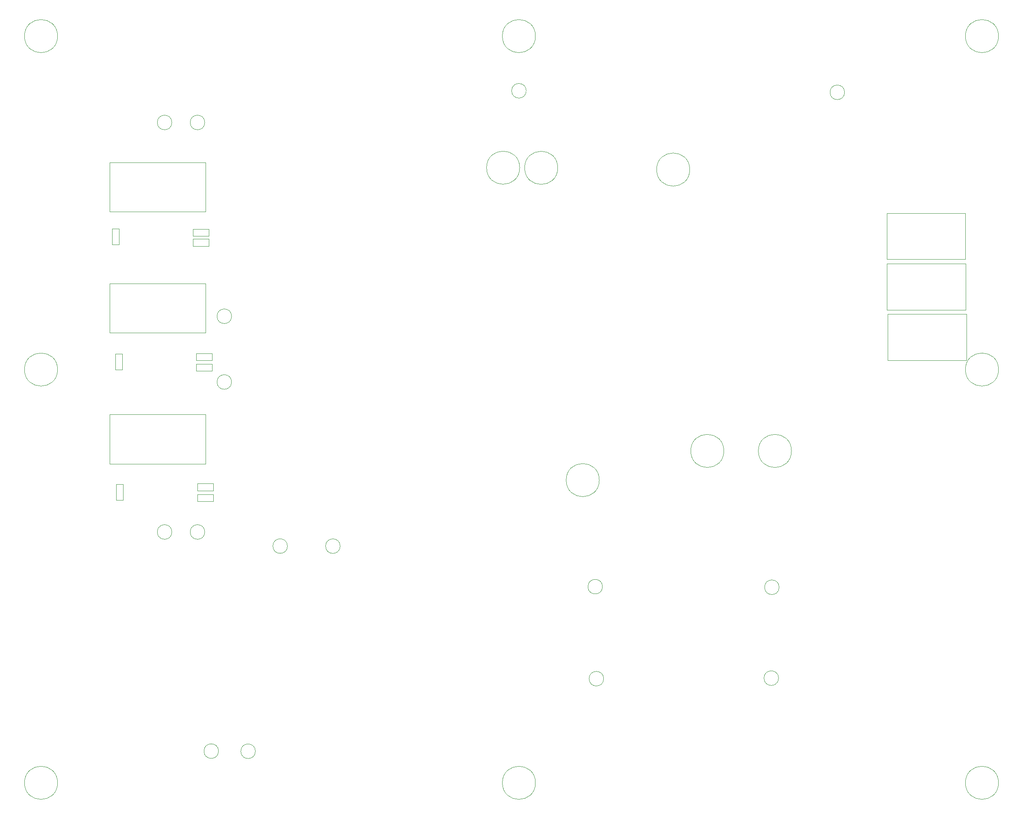
<source format=gbr>
%TF.GenerationSoftware,KiCad,Pcbnew,(5.1.12)-1*%
%TF.CreationDate,2023-12-01T15:42:45+05:30*%
%TF.ProjectId,DCCB PCB-V3,44434342-2050-4434-922d-56332e6b6963,rev?*%
%TF.SameCoordinates,Original*%
%TF.FileFunction,Other,User*%
%FSLAX46Y46*%
G04 Gerber Fmt 4.6, Leading zero omitted, Abs format (unit mm)*
G04 Created by KiCad (PCBNEW (5.1.12)-1) date 2023-12-01 15:42:45*
%MOMM*%
%LPD*%
G01*
G04 APERTURE LIST*
%ADD10C,0.050000*%
G04 APERTURE END LIST*
D10*
%TO.C,H13*%
X147140000Y-34580000D02*
G75*
G03*
X147140000Y-34580000I-3450000J0D01*
G01*
%TO.C,H3*%
X147140000Y-190200000D02*
G75*
G03*
X147140000Y-190200000I-3450000J0D01*
G01*
%TO.C,TP18*%
X88770000Y-183620000D02*
G75*
G03*
X88770000Y-183620000I-1520000J0D01*
G01*
%TO.C,TP17*%
X81090000Y-183590000D02*
G75*
G03*
X81090000Y-183590000I-1520000J0D01*
G01*
%TO.C,TP16*%
X83816000Y-92964000D02*
G75*
G03*
X83816000Y-92964000I-1520000J0D01*
G01*
%TO.C,TP15*%
X83810000Y-106660000D02*
G75*
G03*
X83810000Y-106660000I-1520000J0D01*
G01*
%TO.C,TP14*%
X78228000Y-137922000D02*
G75*
G03*
X78228000Y-137922000I-1520000J0D01*
G01*
%TO.C,TP13*%
X78228000Y-52578000D02*
G75*
G03*
X78228000Y-52578000I-1520000J0D01*
G01*
%TO.C,TP12*%
X71370000Y-52578000D02*
G75*
G03*
X71370000Y-52578000I-1520000J0D01*
G01*
%TO.C,TP11*%
X71370000Y-137922000D02*
G75*
G03*
X71370000Y-137922000I-1520000J0D01*
G01*
%TO.C,TP10*%
X197800000Y-168380000D02*
G75*
G03*
X197800000Y-168380000I-1520000J0D01*
G01*
%TO.C,TP9*%
X161350000Y-168500000D02*
G75*
G03*
X161350000Y-168500000I-1520000J0D01*
G01*
%TO.C,TP8*%
X211560000Y-46290000D02*
G75*
G03*
X211560000Y-46290000I-1520000J0D01*
G01*
%TO.C,TP7*%
X145210000Y-45970000D02*
G75*
G03*
X145210000Y-45970000I-1520000J0D01*
G01*
%TO.C,TP6*%
X95450000Y-140860000D02*
G75*
G03*
X95450000Y-140860000I-1520000J0D01*
G01*
%TO.C,TP3*%
X106440000Y-140870000D02*
G75*
G03*
X106440000Y-140870000I-1520000J0D01*
G01*
%TO.C,TP2*%
X197920000Y-149440000D02*
G75*
G03*
X197920000Y-149440000I-1520000J0D01*
G01*
%TO.C,TP1*%
X161110000Y-149320000D02*
G75*
G03*
X161110000Y-149320000I-1520000J0D01*
G01*
%TO.C,R11*%
X76470000Y-102910000D02*
X79770000Y-102910000D01*
X76470000Y-104370000D02*
X76470000Y-102910000D01*
X79770000Y-104370000D02*
X76470000Y-104370000D01*
X79770000Y-102910000D02*
X79770000Y-104370000D01*
%TO.C,R10*%
X76470000Y-100670000D02*
X79770000Y-100670000D01*
X76470000Y-102130000D02*
X76470000Y-100670000D01*
X79770000Y-102130000D02*
X76470000Y-102130000D01*
X79770000Y-100670000D02*
X79770000Y-102130000D01*
%TO.C,R7*%
X75800000Y-76870000D02*
X79100000Y-76870000D01*
X75800000Y-78330000D02*
X75800000Y-76870000D01*
X79100000Y-78330000D02*
X75800000Y-78330000D01*
X79100000Y-76870000D02*
X79100000Y-78330000D01*
%TO.C,R6*%
X75800000Y-74770000D02*
X79100000Y-74770000D01*
X75800000Y-76230000D02*
X75800000Y-74770000D01*
X79100000Y-76230000D02*
X75800000Y-76230000D01*
X79100000Y-74770000D02*
X79100000Y-76230000D01*
%TO.C,R5*%
X76660000Y-130070000D02*
X79960000Y-130070000D01*
X76660000Y-131530000D02*
X76660000Y-130070000D01*
X79960000Y-131530000D02*
X76660000Y-131530000D01*
X79960000Y-130070000D02*
X79960000Y-131530000D01*
%TO.C,R4*%
X76660000Y-127830000D02*
X79960000Y-127830000D01*
X76660000Y-129290000D02*
X76660000Y-127830000D01*
X79960000Y-129290000D02*
X76660000Y-129290000D01*
X79960000Y-127830000D02*
X79960000Y-129290000D01*
%TO.C,C15*%
X59570000Y-104130000D02*
X59570000Y-100830000D01*
X61030000Y-104130000D02*
X59570000Y-104130000D01*
X61030000Y-100830000D02*
X61030000Y-104130000D01*
X59570000Y-100830000D02*
X61030000Y-100830000D01*
%TO.C,C14*%
X58900000Y-78030000D02*
X58900000Y-74730000D01*
X60360000Y-78030000D02*
X58900000Y-78030000D01*
X60360000Y-74730000D02*
X60360000Y-78030000D01*
X58900000Y-74730000D02*
X60360000Y-74730000D01*
%TO.C,C13*%
X59760000Y-131240000D02*
X59760000Y-127940000D01*
X61220000Y-131240000D02*
X59760000Y-131240000D01*
X61220000Y-127940000D02*
X61220000Y-131240000D01*
X59760000Y-127940000D02*
X61220000Y-127940000D01*
%TO.C,PS3*%
X58420000Y-86120000D02*
X78420000Y-86120000D01*
X78420000Y-86120000D02*
X78420000Y-96420000D01*
X78420000Y-96420000D02*
X58420000Y-96420000D01*
X58420000Y-96420000D02*
X58420000Y-86120000D01*
%TO.C,PS2*%
X58420000Y-113410000D02*
X78420000Y-113410000D01*
X78420000Y-113410000D02*
X78420000Y-123710000D01*
X78420000Y-123710000D02*
X58420000Y-123710000D01*
X58420000Y-123710000D02*
X58420000Y-113410000D01*
%TO.C,PS1*%
X58420000Y-60900000D02*
X78420000Y-60900000D01*
X78420000Y-60900000D02*
X78420000Y-71200000D01*
X78420000Y-71200000D02*
X58420000Y-71200000D01*
X58420000Y-71200000D02*
X58420000Y-60900000D01*
%TO.C,H15*%
X143850000Y-62000000D02*
G75*
G03*
X143850000Y-62000000I-3450000J0D01*
G01*
%TO.C,H10*%
X243640000Y-104070000D02*
G75*
G03*
X243640000Y-104070000I-3450000J0D01*
G01*
%TO.C,H9*%
X151780000Y-62030000D02*
G75*
G03*
X151780000Y-62030000I-3450000J0D01*
G01*
%TO.C,H8*%
X243640000Y-190200000D02*
G75*
G03*
X243640000Y-190200000I-3450000J0D01*
G01*
%TO.C,H7*%
X179290000Y-62390000D02*
G75*
G03*
X179290000Y-62390000I-3450000J0D01*
G01*
%TO.C,H6*%
X186400000Y-121030000D02*
G75*
G03*
X186400000Y-121030000I-3450000J0D01*
G01*
%TO.C,H14*%
X243640000Y-34580000D02*
G75*
G03*
X243640000Y-34580000I-3450000J0D01*
G01*
%TO.C,H12*%
X200490000Y-121030000D02*
G75*
G03*
X200490000Y-121030000I-3450000J0D01*
G01*
%TO.C,H11*%
X47550000Y-104070000D02*
G75*
G03*
X47550000Y-104070000I-3450000J0D01*
G01*
%TO.C,D7*%
X220400000Y-82020000D02*
X220400000Y-91620000D01*
X220400000Y-91620000D02*
X236800000Y-91620000D01*
X236800000Y-91620000D02*
X236800000Y-82020000D01*
X236800000Y-82020000D02*
X220400000Y-82020000D01*
%TO.C,D6*%
X220540000Y-92540000D02*
X220540000Y-102140000D01*
X220540000Y-102140000D02*
X236940000Y-102140000D01*
X236940000Y-102140000D02*
X236940000Y-92540000D01*
X236940000Y-92540000D02*
X220540000Y-92540000D01*
%TO.C,D5*%
X220340000Y-71490000D02*
X220340000Y-81090000D01*
X220340000Y-81090000D02*
X236740000Y-81090000D01*
X236740000Y-81090000D02*
X236740000Y-71490000D01*
X236740000Y-71490000D02*
X220340000Y-71490000D01*
%TO.C,H4*%
X47550000Y-34580000D02*
G75*
G03*
X47550000Y-34580000I-3450000J0D01*
G01*
%TO.C,H2*%
X47550000Y-190200000D02*
G75*
G03*
X47550000Y-190200000I-3450000J0D01*
G01*
%TO.C,H1*%
X160440000Y-127110000D02*
G75*
G03*
X160440000Y-127110000I-3450000J0D01*
G01*
%TD*%
M02*

</source>
